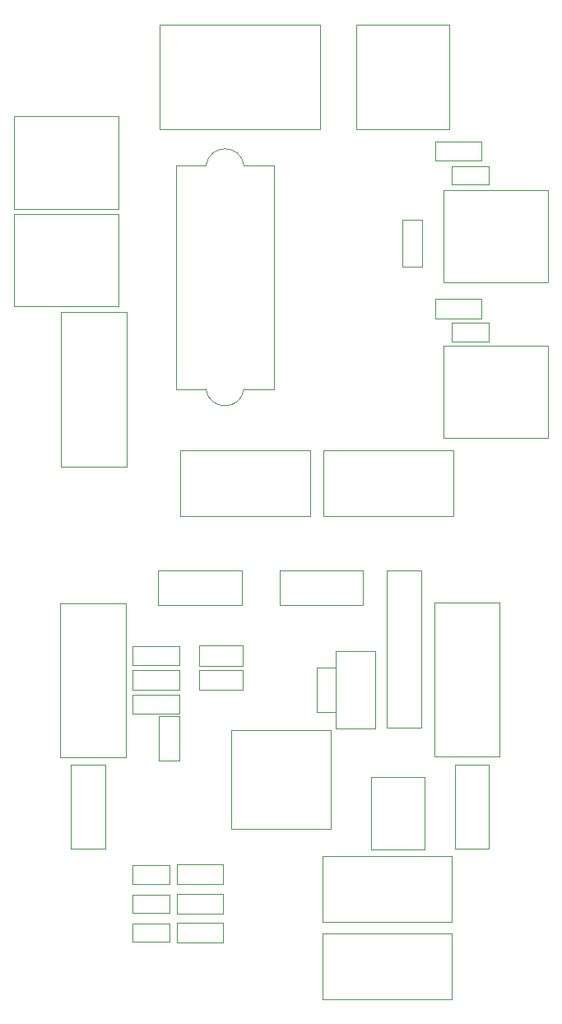
<source format=gbr>
G04 #@! TF.FileFunction,Other,User*
%FSLAX46Y46*%
G04 Gerber Fmt 4.6, Leading zero omitted, Abs format (unit mm)*
G04 Created by KiCad (PCBNEW 4.0.5) date Thu Feb 16 16:16:10 2017*
%MOMM*%
%LPD*%
G01*
G04 APERTURE LIST*
%ADD10C,0.100000*%
%ADD11C,0.050000*%
G04 APERTURE END LIST*
D10*
D11*
X128000000Y-98025000D02*
X128000000Y-91275000D01*
X128000000Y-91275000D02*
X114650000Y-91275000D01*
X114650000Y-91275000D02*
X114650000Y-98025000D01*
X114650000Y-98025000D02*
X128000000Y-98025000D01*
X121199611Y-61996989D02*
G75*
G03X117300000Y-62000000I-1949611J-253011D01*
G01*
X117300389Y-85003011D02*
G75*
G03X121200000Y-85000000I1949611J253011D01*
G01*
X124300000Y-85000000D02*
X121200000Y-85000000D01*
X124300000Y-62000000D02*
X124300000Y-85000000D01*
X114200000Y-85000000D02*
X114200000Y-62000000D01*
X117300000Y-85000000D02*
X114200000Y-85000000D01*
X117300000Y-62000000D02*
X114200000Y-62000000D01*
X121200000Y-62000000D02*
X124300000Y-62000000D01*
X141700000Y-90050000D02*
X152500000Y-90050000D01*
X152500000Y-90050000D02*
X152500000Y-80550000D01*
X152500000Y-80550000D02*
X141700000Y-80550000D01*
X141700000Y-80550000D02*
X141700000Y-90050000D01*
X142725000Y-98025000D02*
X142725000Y-91275000D01*
X142725000Y-91275000D02*
X129375000Y-91275000D01*
X129375000Y-91275000D02*
X129375000Y-98025000D01*
X129375000Y-98025000D02*
X142725000Y-98025000D01*
X102350000Y-92950000D02*
X109100000Y-92950000D01*
X109100000Y-92950000D02*
X109100000Y-77100000D01*
X109100000Y-77100000D02*
X102350000Y-77100000D01*
X102350000Y-77100000D02*
X102350000Y-92950000D01*
X142600000Y-80100000D02*
X142600000Y-78200000D01*
X142600000Y-78200000D02*
X146400000Y-78200000D01*
X146400000Y-78200000D02*
X146400000Y-80100000D01*
X146400000Y-80100000D02*
X142600000Y-80100000D01*
X142550980Y-63950000D02*
X142550980Y-62050000D01*
X142550980Y-62050000D02*
X146350980Y-62050000D01*
X146350980Y-62050000D02*
X146350980Y-63950000D01*
X146350980Y-63950000D02*
X142550980Y-63950000D01*
X140850000Y-75750000D02*
X145650000Y-75750000D01*
X140850000Y-77750000D02*
X145650000Y-77750000D01*
X140850000Y-75750000D02*
X140850000Y-77750000D01*
X145650000Y-75750000D02*
X145650000Y-77750000D01*
X140850000Y-59500000D02*
X145650000Y-59500000D01*
X140850000Y-61500000D02*
X145650000Y-61500000D01*
X140850000Y-59500000D02*
X140850000Y-61500000D01*
X145650000Y-59500000D02*
X145650000Y-61500000D01*
X137500000Y-72400000D02*
X137500000Y-67600000D01*
X139500000Y-72400000D02*
X139500000Y-67600000D01*
X137500000Y-72400000D02*
X139500000Y-72400000D01*
X137500000Y-67600000D02*
X139500000Y-67600000D01*
X108300000Y-56950000D02*
X97500000Y-56950000D01*
X97500000Y-56950000D02*
X97500000Y-66450000D01*
X97500000Y-66450000D02*
X108300000Y-66450000D01*
X108300000Y-66450000D02*
X108300000Y-56950000D01*
X108300000Y-66950000D02*
X97500000Y-66950000D01*
X97500000Y-66950000D02*
X97500000Y-76450000D01*
X97500000Y-76450000D02*
X108300000Y-76450000D01*
X108300000Y-76450000D02*
X108300000Y-66950000D01*
X129050000Y-58300000D02*
X129050000Y-47500000D01*
X129050000Y-47500000D02*
X112550000Y-47500000D01*
X112550000Y-47500000D02*
X112550000Y-58300000D01*
X112550000Y-58300000D02*
X129050000Y-58300000D01*
X142300000Y-58300000D02*
X142300000Y-47500000D01*
X142300000Y-47500000D02*
X132800000Y-47500000D01*
X132800000Y-47500000D02*
X132800000Y-58300000D01*
X132800000Y-58300000D02*
X142300000Y-58300000D01*
X141700000Y-74050000D02*
X152500000Y-74050000D01*
X152500000Y-74050000D02*
X152500000Y-64550000D01*
X152500000Y-64550000D02*
X141700000Y-64550000D01*
X141700000Y-64550000D02*
X141700000Y-74050000D01*
X139754000Y-124890000D02*
X134254000Y-124890000D01*
X139754000Y-132390000D02*
X134254000Y-132390000D01*
X139754000Y-124890000D02*
X139754000Y-132390000D01*
X134254000Y-124890000D02*
X134254000Y-132390000D01*
X142614000Y-139770000D02*
X142614000Y-133020000D01*
X142614000Y-133020000D02*
X129264000Y-133020000D01*
X129264000Y-133020000D02*
X129264000Y-139770000D01*
X129264000Y-139770000D02*
X142614000Y-139770000D01*
X128664000Y-118220000D02*
X128664000Y-113620000D01*
X130664000Y-118220000D02*
X130664000Y-113620000D01*
X128664000Y-118220000D02*
X130664000Y-118220000D01*
X128664000Y-113620000D02*
X130664000Y-113620000D01*
X116564000Y-111370000D02*
X121064000Y-111370000D01*
X121064000Y-111370000D02*
X121064000Y-113470000D01*
X121064000Y-113470000D02*
X116564000Y-113470000D01*
X116564000Y-111370000D02*
X116564000Y-113470000D01*
X116579000Y-113870000D02*
X121079000Y-113870000D01*
X121079000Y-113870000D02*
X121079000Y-115970000D01*
X121079000Y-115970000D02*
X116579000Y-115970000D01*
X116579000Y-113870000D02*
X116579000Y-115970000D01*
X114564000Y-118670000D02*
X114564000Y-123170000D01*
X114564000Y-123170000D02*
X112464000Y-123170000D01*
X112464000Y-123170000D02*
X112464000Y-118670000D01*
X114564000Y-118670000D02*
X112464000Y-118670000D01*
X113564000Y-139970000D02*
X113564000Y-141870000D01*
X113564000Y-141870000D02*
X109764000Y-141870000D01*
X109764000Y-141870000D02*
X109764000Y-139970000D01*
X109764000Y-139970000D02*
X113564000Y-139970000D01*
X113514980Y-133970000D02*
X113514980Y-135870000D01*
X113514980Y-135870000D02*
X109714980Y-135870000D01*
X109714980Y-135870000D02*
X109714980Y-133970000D01*
X109714980Y-133970000D02*
X113514980Y-133970000D01*
X113514980Y-136970000D02*
X113514980Y-138870000D01*
X113514980Y-138870000D02*
X109714980Y-138870000D01*
X109714980Y-138870000D02*
X109714980Y-136970000D01*
X109714980Y-136970000D02*
X113514980Y-136970000D01*
X102314000Y-122870000D02*
X109064000Y-122870000D01*
X109064000Y-122870000D02*
X109064000Y-107020000D01*
X109064000Y-107020000D02*
X102314000Y-107020000D01*
X102314000Y-107020000D02*
X102314000Y-122870000D01*
X103414000Y-123630000D02*
X103414000Y-132230000D01*
X106914000Y-123630000D02*
X106914000Y-132230000D01*
X103414000Y-123630000D02*
X106914000Y-123630000D01*
X103414000Y-132230000D02*
X106914000Y-132230000D01*
X147514000Y-106970000D02*
X140764000Y-106970000D01*
X140764000Y-106970000D02*
X140764000Y-122820000D01*
X140764000Y-122820000D02*
X147514000Y-122820000D01*
X147514000Y-122820000D02*
X147514000Y-106970000D01*
X142914000Y-123630000D02*
X142914000Y-132230000D01*
X146414000Y-123630000D02*
X146414000Y-132230000D01*
X142914000Y-123630000D02*
X146414000Y-123630000D01*
X142914000Y-132230000D02*
X146414000Y-132230000D01*
X135914000Y-103630000D02*
X135914000Y-119830000D01*
X139414000Y-103630000D02*
X139414000Y-119830000D01*
X135914000Y-103630000D02*
X139414000Y-103630000D01*
X135914000Y-119830000D02*
X139414000Y-119830000D01*
X142614000Y-147770000D02*
X142614000Y-141020000D01*
X142614000Y-141020000D02*
X129264000Y-141020000D01*
X129264000Y-141020000D02*
X129264000Y-147770000D01*
X129264000Y-147770000D02*
X142614000Y-147770000D01*
X112374000Y-107170000D02*
X120974000Y-107170000D01*
X112374000Y-103670000D02*
X120974000Y-103670000D01*
X112374000Y-107170000D02*
X112374000Y-103670000D01*
X120974000Y-107170000D02*
X120974000Y-103670000D01*
X124874000Y-107170000D02*
X133474000Y-107170000D01*
X124874000Y-103670000D02*
X133474000Y-103670000D01*
X124874000Y-107170000D02*
X124874000Y-103670000D01*
X133474000Y-107170000D02*
X133474000Y-103670000D01*
X114564000Y-113420000D02*
X109764000Y-113420000D01*
X114564000Y-111420000D02*
X109764000Y-111420000D01*
X114564000Y-113420000D02*
X114564000Y-111420000D01*
X109764000Y-113420000D02*
X109764000Y-111420000D01*
X114564000Y-115920000D02*
X109764000Y-115920000D01*
X114564000Y-113920000D02*
X109764000Y-113920000D01*
X114564000Y-115920000D02*
X114564000Y-113920000D01*
X109764000Y-115920000D02*
X109764000Y-113920000D01*
X114564000Y-118420000D02*
X109764000Y-118420000D01*
X114564000Y-116420000D02*
X109764000Y-116420000D01*
X114564000Y-118420000D02*
X114564000Y-116420000D01*
X109764000Y-118420000D02*
X109764000Y-116420000D01*
X119064000Y-141920000D02*
X114264000Y-141920000D01*
X119064000Y-139920000D02*
X114264000Y-139920000D01*
X119064000Y-141920000D02*
X119064000Y-139920000D01*
X114264000Y-141920000D02*
X114264000Y-139920000D01*
X119064000Y-135920000D02*
X114264000Y-135920000D01*
X119064000Y-133920000D02*
X114264000Y-133920000D01*
X119064000Y-135920000D02*
X119064000Y-133920000D01*
X114264000Y-135920000D02*
X114264000Y-133920000D01*
X119064000Y-138920000D02*
X114264000Y-138920000D01*
X119064000Y-136920000D02*
X114264000Y-136920000D01*
X119064000Y-138920000D02*
X119064000Y-136920000D01*
X114264000Y-138920000D02*
X114264000Y-136920000D01*
X130664000Y-119870000D02*
X130664000Y-111970000D01*
X130664000Y-111970000D02*
X134664000Y-111970000D01*
X134664000Y-111970000D02*
X134664000Y-119870000D01*
X134664000Y-119870000D02*
X130664000Y-119870000D01*
X119904000Y-120040000D02*
X119904000Y-130240000D01*
X130104000Y-120040000D02*
X130104000Y-130240000D01*
X119904000Y-120040000D02*
X130104000Y-120040000D01*
X119904000Y-130240000D02*
X130104000Y-130240000D01*
M02*

</source>
